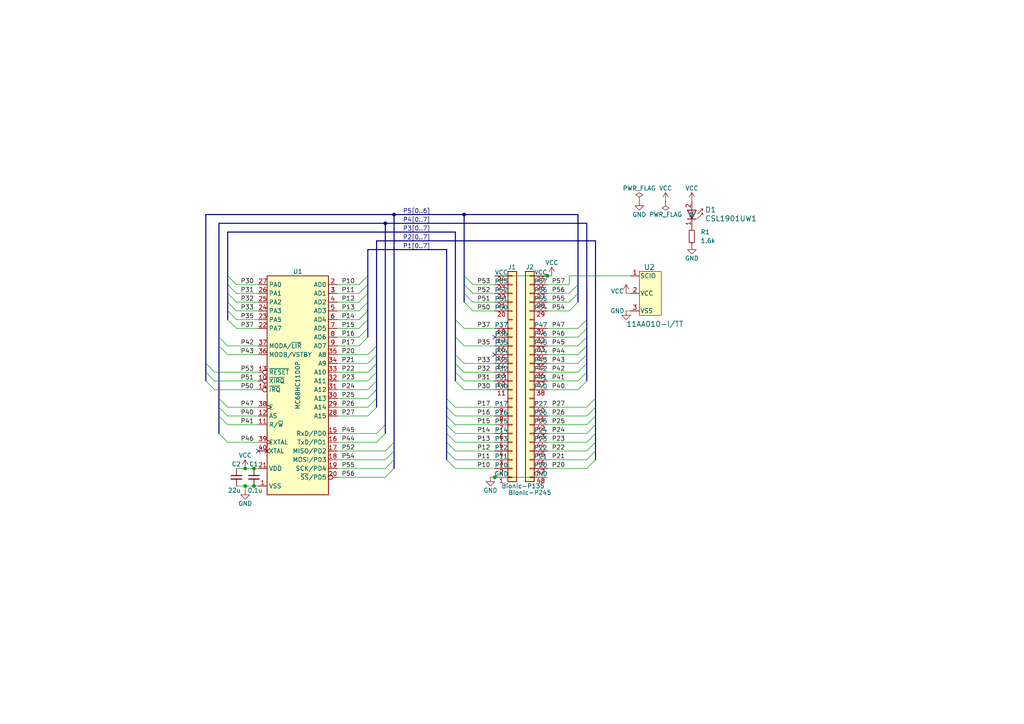
<source format=kicad_sch>
(kicad_sch (version 20231120) (generator "eeschema") (generator_version "8.0")
  (paper "A4")
  (title_block (title "BionicMC68HC11D") (date "2025-03-02") (rev "9") (company "Tadashi G. Takaoka"))
  (lib_symbols
    (symbol "Device:C_Small" (pin_numbers hide) (pin_names (offset 0.254) hide)
      (property "Reference" "C" (at 0.254 1.778 0))
      (property "Value" "C_Small" (at 0.254 -2.032 0))
      (symbol "C_Small_0_1"
        (polyline (pts (xy -1.524 -0.508) (xy 1.524 -0.508)) (stroke (width 0.3302)))
        (polyline (pts (xy -1.524 0.508) (xy 1.524 0.508)) (stroke (width 0.3048)))
      )
      (symbol "C_Small_1_1"
        (pin passive line (at 0 2.54 270) (length 2.032) (name "~") (number "1"))
        (pin passive line (at 0 -2.54 90) (length 2.032) (name "~") (number "2"))
      )
    )
    (symbol "Device:R_Small" (pin_numbers hide) (pin_names (offset 0.254) hide)
      (property "Reference" "R" (at 0.762 0.508 0))
      (property "Value" "R_Small" (at 0.762 -1.016 0))
      (symbol "R_Small_0_1"
        (rectangle (start -0.762 1.778) (end 0.762 -1.778) (stroke (width 0.2032)))
      )
      (symbol "R_Small_1_1"
        (pin passive line (at 0 2.54 270) (length 0.762) (name "~") (number "1"))
        (pin passive line (at 0 -2.54 90) (length 0.762) (name "~") (number "2"))
      )
    )
    (symbol "bionic:Bionic-P135" (pin_names (offset 0))
      (property "Reference" "J" (at 0 30.48 0))
      (property "Value" "Bionic-P135" (at -1.27 -33.02 0))
      (symbol "Bionic-P135_1_1"
        (rectangle (start 0 -30.353) (end -1.27 -30.607) (stroke (width 0.1524)))
        (rectangle (start 0 -27.813) (end -1.27 -28.067) (stroke (width 0.1524)))
        (rectangle (start 0 -25.273) (end -1.27 -25.527) (stroke (width 0.1524)))
        (rectangle (start 0 -22.733) (end -1.27 -22.987) (stroke (width 0.1524)))
        (rectangle (start 0 -20.193) (end -1.27 -20.447) (stroke (width 0.1524)))
        (rectangle (start 0 -17.653) (end -1.27 -17.907) (stroke (width 0.1524)))
        (rectangle (start 0 -15.113) (end -1.27 -15.367) (stroke (width 0.1524)))
        (rectangle (start 0 -12.573) (end -1.27 -12.827) (stroke (width 0.1524)))
        (rectangle (start 0 -10.033) (end -1.27 -10.287) (stroke (width 0.1524)))
        (rectangle (start 0 -7.493) (end -1.27 -7.747) (stroke (width 0.1524)))
        (rectangle (start 0 -4.953) (end -1.27 -5.207) (stroke (width 0.1524)))
        (rectangle (start 0 -2.413) (end -1.27 -2.667) (stroke (width 0.1524)))
        (rectangle (start 0 0.127) (end -1.27 -0.127) (stroke (width 0.1524)))
        (rectangle (start 0 2.667) (end -1.27 2.413) (stroke (width 0.1524)))
        (rectangle (start 0 5.207) (end -1.27 4.953) (stroke (width 0.1524)))
        (rectangle (start 0 7.747) (end -1.27 7.493) (stroke (width 0.1524)))
        (rectangle (start 0 10.287) (end -1.27 10.033) (stroke (width 0.1524)))
        (rectangle (start 0 12.827) (end -1.27 12.573) (stroke (width 0.1524)))
        (rectangle (start 0 15.367) (end -1.27 15.113) (stroke (width 0.1524)))
        (rectangle (start 0 17.907) (end -1.27 17.653) (stroke (width 0.1524)))
        (rectangle (start 0 20.447) (end -1.27 20.193) (stroke (width 0.1524)))
        (rectangle (start 0 22.987) (end -1.27 22.733) (stroke (width 0.1524)))
        (rectangle (start 0 25.527) (end -1.27 25.273) (stroke (width 0.1524)))
        (rectangle (start 0 28.067) (end -1.27 27.813) (stroke (width 0.1524)))
        (rectangle (start 1.27 29.21) (end -1.27 -31.75) (stroke (width 0.254)) (fill (type background)))
        (pin power_in line (at -5.08 -30.48 0) (length 3.81) (name "GND") (number "1"))
        (pin bidirectional line (at -5.08 -5.08 0) (length 3.81) (name "P30") (number "11"))
        (pin bidirectional line (at -5.08 -2.54 0) (length 3.81) (name "P31") (number "12"))
        (pin bidirectional line (at -5.08 0 0) (length 3.81) (name "P32") (number "13"))
        (pin bidirectional line (at -5.08 2.54 0) (length 3.81) (name "P33") (number "14"))
        (pin bidirectional line (at -5.08 5.08 0) (length 3.81) (name "P34") (number "15"))
        (pin bidirectional line (at -5.08 7.62 0) (length 3.81) (name "P35") (number "16"))
        (pin bidirectional line (at -5.08 10.16 0) (length 3.81) (name "P36") (number "17"))
        (pin bidirectional line (at -5.08 12.7 0) (length 3.81) (name "P37") (number "18"))
        (pin bidirectional line (at -5.08 -27.94 0) (length 3.81) (name "P10") (number "2"))
        (pin bidirectional line (at -5.08 17.78 0) (length 3.81) (name "P50") (number "20"))
        (pin bidirectional line (at -5.08 20.32 0) (length 3.81) (name "P51") (number "21"))
        (pin bidirectional line (at -5.08 22.86 0) (length 3.81) (name "P52") (number "22"))
        (pin bidirectional line (at -5.08 25.4 0) (length 3.81) (name "P53") (number "23"))
        (pin power_in line (at -5.08 27.94 0) (length 3.81) (name "VCC") (number "24"))
        (pin bidirectional line (at -5.08 -25.4 0) (length 3.81) (name "P11") (number "3"))
        (pin bidirectional line (at -5.08 -22.86 0) (length 3.81) (name "P12") (number "4"))
        (pin bidirectional line (at -5.08 -20.32 0) (length 3.81) (name "P13") (number "5"))
        (pin bidirectional line (at -5.08 -17.78 0) (length 3.81) (name "P14") (number "6"))
        (pin bidirectional line (at -5.08 -15.24 0) (length 3.81) (name "P15") (number "7"))
        (pin bidirectional line (at -5.08 -12.7 0) (length 3.81) (name "P16") (number "8"))
        (pin bidirectional line (at -5.08 -10.16 0) (length 3.81) (name "P17") (number "9"))
      )
    )
    (symbol "bionic:Bionic-P245" (pin_names (offset 0))
      (property "Reference" "J" (at -3.81 30.48 0))
      (property "Value" "Bionic-P245" (at -1.27 -33.02 0))
      (symbol "Bionic-P245_1_1"
        (rectangle (start -2.54 -30.607) (end -3.81 -30.353) (stroke (width 0.1524)))
        (rectangle (start -2.54 -28.067) (end -3.81 -27.813) (stroke (width 0.1524)))
        (rectangle (start -2.54 -25.527) (end -3.81 -25.273) (stroke (width 0.1524)))
        (rectangle (start -2.54 -22.987) (end -3.81 -22.733) (stroke (width 0.1524)))
        (rectangle (start -2.54 -20.447) (end -3.81 -20.193) (stroke (width 0.1524)))
        (rectangle (start -2.54 -17.907) (end -3.81 -17.653) (stroke (width 0.1524)))
        (rectangle (start -2.54 -15.367) (end -3.81 -15.113) (stroke (width 0.1524)))
        (rectangle (start -2.54 -12.827) (end -3.81 -12.573) (stroke (width 0.1524)))
        (rectangle (start -2.54 -10.287) (end -3.81 -10.033) (stroke (width 0.1524)))
        (rectangle (start -2.54 -7.747) (end -3.81 -7.493) (stroke (width 0.1524)))
        (rectangle (start -2.54 -5.207) (end -3.81 -4.953) (stroke (width 0.1524)))
        (rectangle (start -2.54 -2.667) (end -3.81 -2.413) (stroke (width 0.1524)))
        (rectangle (start -2.54 -0.127) (end -3.81 0.127) (stroke (width 0.1524)))
        (rectangle (start -2.54 2.413) (end -3.81 2.667) (stroke (width 0.1524)))
        (rectangle (start -2.54 4.953) (end -3.81 5.207) (stroke (width 0.1524)))
        (rectangle (start -2.54 7.493) (end -3.81 7.747) (stroke (width 0.1524)))
        (rectangle (start -2.54 10.033) (end -3.81 10.287) (stroke (width 0.1524)))
        (rectangle (start -2.54 12.573) (end -3.81 12.827) (stroke (width 0.1524)))
        (rectangle (start -2.54 15.113) (end -3.81 15.367) (stroke (width 0.1524)))
        (rectangle (start -2.54 17.653) (end -3.81 17.907) (stroke (width 0.1524)))
        (rectangle (start -2.54 20.193) (end -3.81 20.447) (stroke (width 0.1524)))
        (rectangle (start -2.54 22.733) (end -3.81 22.987) (stroke (width 0.1524)))
        (rectangle (start -2.54 25.273) (end -3.81 25.527) (stroke (width 0.1524)))
        (rectangle (start -2.54 27.813) (end -3.81 28.067) (stroke (width 0.1524)))
        (rectangle (start -2.54 29.21) (end -5.08 -31.75) (stroke (width 0.254)) (fill (type background)))
        (pin power_in line (at 1.27 27.94 180) (length 3.81) (name "VCC") (number "25"))
        (pin bidirectional line (at 1.27 25.4 180) (length 3.81) (name "P57") (number "26"))
        (pin bidirectional line (at 1.27 22.86 180) (length 3.81) (name "P56") (number "27"))
        (pin bidirectional line (at 1.27 20.32 180) (length 3.81) (name "P55") (number "28"))
        (pin bidirectional line (at 1.27 17.78 180) (length 3.81) (name "P54") (number "29"))
        (pin bidirectional line (at 1.27 12.7 180) (length 3.81) (name "P47") (number "31"))
        (pin bidirectional line (at 1.27 10.16 180) (length 3.81) (name "P46") (number "32"))
        (pin bidirectional line (at 1.27 7.62 180) (length 3.81) (name "P45") (number "33"))
        (pin bidirectional line (at 1.27 5.08 180) (length 3.81) (name "P44") (number "34"))
        (pin bidirectional line (at 1.27 2.54 180) (length 3.81) (name "P43") (number "35"))
        (pin bidirectional line (at 1.27 0 180) (length 3.81) (name "P42") (number "36"))
        (pin bidirectional line (at 1.27 -2.54 180) (length 3.81) (name "P41") (number "37"))
        (pin bidirectional line (at 1.27 -5.08 180) (length 3.81) (name "P40") (number "38"))
        (pin bidirectional line (at 1.27 -10.16 180) (length 3.81) (name "P27") (number "40"))
        (pin bidirectional line (at 1.27 -12.7 180) (length 3.81) (name "P26") (number "41"))
        (pin bidirectional line (at 1.27 -15.24 180) (length 3.81) (name "P25") (number "42"))
        (pin bidirectional line (at 1.27 -17.78 180) (length 3.81) (name "P24") (number "43"))
        (pin bidirectional line (at 1.27 -20.32 180) (length 3.81) (name "P23") (number "44"))
        (pin bidirectional line (at 1.27 -22.86 180) (length 3.81) (name "P22") (number "45"))
        (pin bidirectional line (at 1.27 -25.4 180) (length 3.81) (name "P21") (number "46"))
        (pin bidirectional line (at 1.27 -27.94 180) (length 3.81) (name "P20") (number "47"))
        (pin power_in line (at 1.27 -30.48 180) (length 3.81) (name "GND") (number "48"))
      )
    )
    (symbol "cpu:MC68HC11D0P"
      (property "Reference" "U" (at -1.27 31.75 0))
      (property "Value" "MC68HC11D0P" (at 0 -8.89 90))
      (symbol "MC68HC11D0P_0_1"
        (rectangle (start -8.89 -33.02) (end 8.89 30.48) (stroke (width 0.254)) (fill (type background)))
      )
      (symbol "MC68HC11D0P_1_1"
        (pin power_in line (at -11.43 -30.48 0) (length 2.54) (name "VSS") (number "1"))
        (pin input inverted (at -11.43 0 0) (length 2.54) (name "~{XIRQ}") (number "10"))
        (pin output line (at -11.43 -12.7 0) (length 2.54) (name "R/~{W}") (number "11"))
        (pin output line (at -11.43 -10.16 0) (length 2.54) (name "AS") (number "12"))
        (pin bidirectional inverted (at -11.43 2.54 0) (length 2.54) (name "~{RESET}") (number "13"))
        (pin input inverted (at -11.43 -2.54 0) (length 2.54) (name "~{IRQ}") (number "14"))
        (pin input line (at 11.43 -15.24 180) (length 2.54) (name "RxD/PD0") (number "15"))
        (pin output line (at 11.43 -17.78 180) (length 2.54) (name "TxD/PD1") (number "16"))
        (pin input line (at 11.43 -20.32 180) (length 2.54) (name "MISO/PD2") (number "17"))
        (pin output line (at 11.43 -22.86 180) (length 2.54) (name "MOSI/PD3") (number "18"))
        (pin output line (at 11.43 -25.4 180) (length 2.54) (name "SCK/PD4") (number "19"))
        (pin bidirectional line (at 11.43 27.94 180) (length 2.54) (name "AD0") (number "2"))
        (pin output inverted (at 11.43 -27.94 180) (length 2.54) (name "~{SS}/PD5") (number "20"))
        (pin power_in line (at -11.43 -25.4 0) (length 2.54) (name "VDD") (number "21"))
        (pin bidirectional line (at -11.43 15.24 0) (length 2.54) (name "PA7") (number "22"))
        (pin bidirectional line (at -11.43 17.78 0) (length 2.54) (name "PA5") (number "23"))
        (pin bidirectional line (at -11.43 20.32 0) (length 2.54) (name "PA3") (number "24"))
        (pin bidirectional line (at -11.43 22.86 0) (length 2.54) (name "PA2") (number "25"))
        (pin bidirectional line (at -11.43 25.4 0) (length 2.54) (name "PA1") (number "26"))
        (pin bidirectional line (at -11.43 27.94 0) (length 2.54) (name "PA0") (number "27"))
        (pin output line (at 11.43 -10.16 180) (length 2.54) (name "A15") (number "28"))
        (pin output line (at 11.43 -7.62 180) (length 2.54) (name "A14") (number "29"))
        (pin bidirectional line (at 11.43 25.4 180) (length 2.54) (name "AD1") (number "3"))
        (pin output line (at 11.43 -5.08 180) (length 2.54) (name "A13") (number "30"))
        (pin output line (at 11.43 -2.54 180) (length 2.54) (name "A12") (number "31"))
        (pin output line (at 11.43 0 180) (length 2.54) (name "A11") (number "32"))
        (pin output line (at 11.43 2.54 180) (length 2.54) (name "A10") (number "33"))
        (pin output line (at 11.43 5.08 180) (length 2.54) (name "A9") (number "34"))
        (pin output line (at 11.43 7.62 180) (length 2.54) (name "A8") (number "35"))
        (pin input line (at -11.43 7.62 0) (length 2.54) (name "MODB/VSTBY") (number "36"))
        (pin bidirectional line (at -11.43 10.16 0) (length 2.54) (name "MODA/~{LIR}") (number "37"))
        (pin output clock (at -11.43 -7.62 0) (length 2.54) (name "E") (number "38"))
        (pin input clock (at -11.43 -17.78 0) (length 2.54) (name "EXTAL") (number "39"))
        (pin bidirectional line (at 11.43 22.86 180) (length 2.54) (name "AD2") (number "4"))
        (pin output non_logic (at -11.43 -20.32 0) (length 2.54) (name "XTAL") (number "40"))
        (pin bidirectional line (at 11.43 20.32 180) (length 2.54) (name "AD3") (number "5"))
        (pin bidirectional line (at 11.43 17.78 180) (length 2.54) (name "AD4") (number "6"))
        (pin bidirectional line (at 11.43 15.24 180) (length 2.54) (name "AD5") (number "7"))
        (pin bidirectional line (at 11.43 12.7 180) (length 2.54) (name "AD6") (number "8"))
        (pin bidirectional line (at 11.43 10.16 180) (length 2.54) (name "AD7") (number "9"))
      )
    )
    (symbol "microchip:11AA010-I_TT" (pin_names (offset 0.254))
      (property "Reference" "U" (at 2.54 1.27 0))
      (property "Value" "11AA010-I/TT" (at 3.81 -13.97 0))
      (symbol "11AA010-I_TT_1_1"
        (rectangle (start 0 0) (end 6.35 -12.7) (fill (type background)))
        (pin bidirectional line (at -2.54 -1.27 0) (length 2.54) (name "SCIO") (number "1"))
        (pin power_in line (at -2.54 -6.35 0) (length 2.54) (name "VCC") (number "2"))
        (pin power_in line (at -2.54 -11.43 0) (length 2.54) (name "VSS") (number "3"))
      )
    )
    (symbol "power:GND" (power) (pin_numbers hide) (pin_names (offset 0) hide)
      (property "Value" "GND" (at 0 -3.81 0))
      (symbol "GND_0_1"
        (polyline (pts (xy 0 0) (xy 0 -1.27) (xy 1.27 -1.27) (xy 0 -2.54) (xy -1.27 -1.27) (xy 0 -1.27)))
      )
      (symbol "GND_1_1"
        (pin power_in line (at 0 0 270) (length 0) (name "~") (number "1"))
      )
    )
    (symbol "power:PWR_FLAG" (power) (pin_numbers hide) (pin_names (offset 0) hide)
      (property "Value" "PWR_FLAG" (at 0 3.81 0))
      (symbol "PWR_FLAG_0_0"
        (pin power_out line (at 0 0 90) (length 0) (name "~") (number "1"))
      )
      (symbol "PWR_FLAG_0_1"
        (polyline (pts (xy 0 0) (xy 0 1.27) (xy -1.016 1.905) (xy 0 2.54) (xy 1.016 1.905) (xy 0 1.27)))
      )
    )
    (symbol "power:VCC" (power) (pin_numbers hide) (pin_names (offset 0) hide)
      (property "Value" "VCC" (at 0 3.556 0))
      (symbol "VCC_0_1"
        (polyline (pts (xy -0.762 1.27) (xy 0 2.54)))
        (polyline (pts (xy 0 0) (xy 0 2.54)))
        (polyline (pts (xy 0 2.54) (xy 0.762 1.27)))
      )
      (symbol "VCC_1_1"
        (pin power_in line (at 0 0 90) (length 0) (name "~") (number "1"))
      )
    )
    (symbol "rhom:CSL1901UW1" (pin_names (offset 0.254))
      (property "Reference" "D" (at 3.81 -2.54 0))
      (property "Value" "CSL1901UW1" (at 3.81 -5.08 0))
      (symbol "CSL1901UW1_0_1"
        (polyline (pts (xy 2.159 3.175) (xy 2.667 3.175)))
        (polyline (pts (xy 2.54 0) (xy 5.08 0)))
        (polyline (pts (xy 5.08 1.27) (xy 5.08 -1.27)) (stroke (width 0.254)))
        (polyline (pts (xy 3.683 1.651) (xy 2.159 3.175) (xy 2.159 2.667)))
        (polyline (pts (xy 2.54 -1.27) (xy 5.08 0) (xy 2.54 1.27) (xy 2.54 -1.27)) (stroke (width 0.254)))
        (polyline (pts (xy 4.953 1.651) (xy 3.429 3.175) (xy 3.429 2.667) (xy 3.429 3.175) (xy 3.937 3.175)))
      )
      (symbol "CSL1901UW1_1_1"
        (pin passive line (at 7.62 0 180) (length 2.54) (name "K") (number "1"))
        (pin passive line (at 0 0 0) (length 2.54) (name "A") (number "2"))
      )
      (symbol "CSL1901UW1_1_2"
        (polyline (pts (xy -5.08 7.62) (xy -4.445 8.255)) (stroke (width 0.2032)))
        (polyline (pts (xy -5.08 8.255) (xy -5.08 7.62)) (stroke (width 0.2032)))
        (polyline (pts (xy -4.445 6.35) (xy -3.81 6.985)) (stroke (width 0.2032)))
        (polyline (pts (xy -4.445 8.255) (xy -5.08 8.255)) (stroke (width 0.2032)))
        (polyline (pts (xy -4.445 9.525) (xy -3.81 10.16)) (stroke (width 0.2032)))
        (polyline (pts (xy -4.445 10.16) (xy -4.445 9.525)) (stroke (width 0.2032)))
        (polyline (pts (xy -3.81 6.985) (xy -5.08 8.255)) (stroke (width 0.2032)))
        (polyline (pts (xy -3.81 8.255) (xy -3.175 8.89)) (stroke (width 0.2032)))
        (polyline (pts (xy -3.81 10.16) (xy -4.445 10.16)) (stroke (width 0.2032)))
        (polyline (pts (xy -3.175 5.08) (xy -4.445 6.35)) (stroke (width 0.2032)))
        (polyline (pts (xy -3.175 8.89) (xy -4.445 10.16)) (stroke (width 0.2032)))
        (polyline (pts (xy -2.54 6.985) (xy -3.81 8.255)) (stroke (width 0.2032)))
        (polyline (pts (xy -1.905 3.81) (xy 1.905 3.81)) (stroke (width 0.2032)))
        (polyline (pts (xy 0 2.54) (xy 0 3.4798)) (stroke (width 0.2032)))
        (polyline (pts (xy 0 3.175) (xy 0 3.81)) (stroke (width 0.2032)))
        (polyline (pts (xy 0 6.35) (xy -1.905 3.81)) (stroke (width 0.2032)))
        (polyline (pts (xy 0 6.35) (xy 0 7.62)) (stroke (width 0.2032)))
        (polyline (pts (xy 1.905 3.81) (xy 0 6.35)) (stroke (width 0.2032)))
        (polyline (pts (xy 1.905 6.35) (xy -1.905 6.35)) (stroke (width 0.2032)))
        (pin unspecified line (at 0 10.16 270) (length 2.54) (name "") (number "1"))
        (pin unspecified line (at 0 0 90) (length 2.54) (name "") (number "2"))
      )
    )
  )
  (junction (at 71.12 140.97))
  (junction (at 71.12 135.89))
  (junction (at 73.66 140.97))
  (junction (at 158.75 80.01))
  (junction (at 73.66 135.89))
  (junction (at 111.76 64.77))
  (junction (at 114.3 62.23))
  (junction (at 143.51 138.43))
  (junction (at 134.62 62.23))
  (no_connect (at 74.93 130.81))
  (no_connect (at 143.51 102.87))
  (no_connect (at 143.51 97.79))
  (bus_entry (at 63.5 100.33) (size 2.54 2.54))
  (bus_entry (at 129.54 123.19) (size 2.54 2.54))
  (bus_entry (at 172.72 130.81) (size -2.54 2.54))
  (bus_entry (at 172.72 115.57) (size -2.54 2.54))
  (bus_entry (at 129.54 133.35) (size 2.54 2.54))
  (bus_entry (at 172.72 120.65) (size -2.54 2.54))
  (bus_entry (at 137.16 82.55) (size -2.54 -2.54))
  (bus_entry (at 170.18 95.25) (size -2.54 2.54))
  (bus_entry (at 63.5 125.73) (size 2.54 2.54))
  (bus_entry (at 132.08 92.71) (size 2.54 2.54))
  (bus_entry (at 129.54 120.65) (size 2.54 2.54))
  (bus_entry (at 167.64 87.63) (size -2.54 2.54))
  (bus_entry (at 170.18 105.41) (size -2.54 2.54))
  (bus_entry (at 172.72 118.11) (size -2.54 2.54))
  (bus_entry (at 59.69 107.95) (size 2.54 2.54))
  (bus_entry (at 106.68 95.25) (size -2.54 2.54))
  (bus_entry (at 66.04 80.01) (size 2.54 2.54))
  (bus_entry (at 137.16 90.17) (size -2.54 -2.54))
  (bus_entry (at 170.18 97.79) (size -2.54 2.54))
  (bus_entry (at 114.3 135.89) (size -2.54 2.54))
  (bus_entry (at 66.04 87.63) (size 2.54 2.54))
  (bus_entry (at 114.3 133.35) (size -2.54 2.54))
  (bus_entry (at 170.18 92.71) (size -2.54 2.54))
  (bus_entry (at 109.22 110.49) (size -2.54 2.54))
  (bus_entry (at 106.68 97.79) (size -2.54 2.54))
  (bus_entry (at 132.08 110.49) (size 2.54 2.54))
  (bus_entry (at 106.68 82.55) (size -2.54 2.54))
  (bus_entry (at 114.3 130.81) (size -2.54 2.54))
  (bus_entry (at 172.72 123.19) (size -2.54 2.54))
  (bus_entry (at 129.54 128.27) (size 2.54 2.54))
  (bus_entry (at 106.68 92.71) (size -2.54 2.54))
  (bus_entry (at 66.04 85.09) (size 2.54 2.54))
  (bus_entry (at 109.22 105.41) (size -2.54 2.54))
  (bus_entry (at 132.08 102.87) (size 2.54 2.54))
  (bus_entry (at 172.72 125.73) (size -2.54 2.54))
  (bus_entry (at 132.08 97.79) (size 2.54 2.54))
  (bus_entry (at 109.22 100.33) (size -2.54 2.54))
  (bus_entry (at 111.76 123.19) (size -2.54 2.54))
  (bus_entry (at 129.54 118.11) (size 2.54 2.54))
  (bus_entry (at 172.72 128.27) (size -2.54 2.54))
  (bus_entry (at 129.54 125.73) (size 2.54 2.54))
  (bus_entry (at 129.54 130.81) (size 2.54 2.54))
  (bus_entry (at 66.04 82.55) (size 2.54 2.54))
  (bus_entry (at 167.64 85.09) (size -2.54 2.54))
  (bus_entry (at 109.22 113.03) (size -2.54 2.54))
  (bus_entry (at 66.04 90.17) (size 2.54 2.54))
  (bus_entry (at 109.22 118.11) (size -2.54 2.54))
  (bus_entry (at 66.04 92.71) (size 2.54 2.54))
  (bus_entry (at 137.16 85.09) (size -2.54 -2.54))
  (bus_entry (at 170.18 107.95) (size -2.54 2.54))
  (bus_entry (at 109.22 102.87) (size -2.54 2.54))
  (bus_entry (at 172.72 133.35) (size -2.54 2.54))
  (bus_entry (at 63.5 118.11) (size 2.54 2.54))
  (bus_entry (at 59.69 105.41) (size 2.54 2.54))
  (bus_entry (at 59.69 110.49) (size 2.54 2.54))
  (bus_entry (at 109.22 107.95) (size -2.54 2.54))
  (bus_entry (at 167.64 82.55) (size -2.54 2.54))
  (bus_entry (at 63.5 97.79) (size 2.54 2.54))
  (bus_entry (at 106.68 87.63) (size -2.54 2.54))
  (bus_entry (at 63.5 120.65) (size 2.54 2.54))
  (bus_entry (at 106.68 80.01) (size -2.54 2.54))
  (bus_entry (at 129.54 115.57) (size 2.54 2.54))
  (bus_entry (at 132.08 107.95) (size 2.54 2.54))
  (bus_entry (at 109.22 115.57) (size -2.54 2.54))
  (bus_entry (at 170.18 110.49) (size -2.54 2.54))
  (bus_entry (at 114.3 128.27) (size -2.54 2.54))
  (bus_entry (at 106.68 90.17) (size -2.54 2.54))
  (bus_entry (at 106.68 85.09) (size -2.54 2.54))
  (bus_entry (at 137.16 87.63) (size -2.54 -2.54))
  (bus_entry (at 170.18 102.87) (size -2.54 2.54))
  (bus_entry (at 63.5 115.57) (size 2.54 2.54))
  (bus_entry (at 170.18 100.33) (size -2.54 2.54))
  (bus_entry (at 111.76 125.73) (size -2.54 2.54))
  (bus_entry (at 132.08 105.41) (size 2.54 2.54))
  (wire (pts (xy 97.79 102.87) (xy 106.68 102.87)))
  (wire (pts (xy 137.16 90.17) (xy 143.51 90.17)))
  (wire (pts (xy 71.12 142.24) (xy 71.12 140.97)))
  (wire (pts (xy 137.16 87.63) (xy 143.51 87.63)))
  (bus (pts (xy 109.22 107.95) (xy 109.22 105.41)))
  (wire (pts (xy 68.58 140.97) (xy 71.12 140.97)))
  (bus (pts (xy 59.69 105.41) (xy 59.69 62.23)))
  (bus (pts (xy 109.22 118.11) (xy 109.22 115.57)))
  (wire (pts (xy 66.04 102.87) (xy 74.93 102.87)))
  (bus (pts (xy 172.72 123.19) (xy 172.72 125.73)))
  (bus (pts (xy 170.18 102.87) (xy 170.18 105.41)))
  (wire (pts (xy 134.62 95.25) (xy 143.51 95.25)))
  (bus (pts (xy 129.54 125.73) (xy 129.54 128.27)))
  (wire (pts (xy 182.88 85.09) (xy 181.61 85.09)))
  (bus (pts (xy 167.64 62.23) (xy 134.62 62.23)))
  (bus (pts (xy 109.22 115.57) (xy 109.22 113.03)))
  (bus (pts (xy 170.18 92.71) (xy 170.18 95.25)))
  (wire (pts (xy 97.79 128.27) (xy 109.22 128.27)))
  (bus (pts (xy 106.68 95.25) (xy 106.68 92.71)))
  (bus (pts (xy 106.68 92.71) (xy 106.68 90.17)))
  (bus (pts (xy 172.72 130.81) (xy 172.72 133.35)))
  (wire (pts (xy 97.79 118.11) (xy 106.68 118.11)))
  (wire (pts (xy 158.75 90.17) (xy 165.1 90.17)))
  (wire (pts (xy 97.79 87.63) (xy 104.14 87.63)))
  (wire (pts (xy 158.75 133.35) (xy 170.18 133.35)))
  (wire (pts (xy 66.04 120.65) (xy 74.93 120.65)))
  (wire (pts (xy 158.75 95.25) (xy 167.64 95.25)))
  (bus (pts (xy 111.76 64.77) (xy 170.18 64.77)))
  (bus (pts (xy 129.54 128.27) (xy 129.54 130.81)))
  (bus (pts (xy 167.64 87.63) (xy 167.64 85.09)))
  (bus (pts (xy 66.04 82.55) (xy 66.04 85.09)))
  (wire (pts (xy 132.08 120.65) (xy 143.51 120.65)))
  (bus (pts (xy 129.54 123.19) (xy 129.54 125.73)))
  (bus (pts (xy 170.18 64.77) (xy 170.18 92.71)))
  (bus (pts (xy 172.72 115.57) (xy 172.72 118.11)))
  (bus (pts (xy 170.18 107.95) (xy 170.18 110.49)))
  (bus (pts (xy 109.22 113.03) (xy 109.22 110.49)))
  (wire (pts (xy 68.58 95.25) (xy 74.93 95.25)))
  (bus (pts (xy 63.5 64.77) (xy 111.76 64.77)))
  (bus (pts (xy 134.62 87.63) (xy 134.62 85.09)))
  (bus (pts (xy 106.68 80.01) (xy 106.68 72.39)))
  (bus (pts (xy 111.76 123.19) (xy 111.76 64.77)))
  (wire (pts (xy 66.04 128.27) (xy 74.93 128.27)))
  (wire (pts (xy 66.04 118.11) (xy 74.93 118.11)))
  (wire (pts (xy 97.79 120.65) (xy 106.68 120.65)))
  (wire (pts (xy 62.23 107.95) (xy 74.93 107.95)))
  (bus (pts (xy 132.08 110.49) (xy 132.08 107.95)))
  (wire (pts (xy 66.04 100.33) (xy 74.93 100.33)))
  (bus (pts (xy 66.04 80.01) (xy 66.04 82.55)))
  (bus (pts (xy 66.04 90.17) (xy 66.04 92.71)))
  (wire (pts (xy 97.79 97.79) (xy 104.14 97.79)))
  (bus (pts (xy 109.22 100.33) (xy 109.22 69.85)))
  (bus (pts (xy 66.04 67.31) (xy 132.08 67.31)))
  (bus (pts (xy 109.22 110.49) (xy 109.22 107.95)))
  (wire (pts (xy 143.51 80.01) (xy 158.75 80.01)))
  (wire (pts (xy 62.23 113.03) (xy 74.93 113.03)))
  (wire (pts (xy 97.79 138.43) (xy 111.76 138.43)))
  (wire (pts (xy 68.58 135.89) (xy 71.12 135.89)))
  (bus (pts (xy 114.3 128.27) (xy 114.3 130.81)))
  (bus (pts (xy 132.08 67.31) (xy 132.08 92.71)))
  (bus (pts (xy 114.3 62.23) (xy 134.62 62.23)))
  (bus (pts (xy 106.68 72.39) (xy 129.54 72.39)))
  (wire (pts (xy 73.66 135.89) (xy 71.12 135.89)))
  (wire (pts (xy 158.75 97.79) (xy 167.64 97.79)))
  (wire (pts (xy 134.62 105.41) (xy 143.51 105.41)))
  (wire (pts (xy 97.79 133.35) (xy 111.76 133.35)))
  (bus (pts (xy 172.72 125.73) (xy 172.72 128.27)))
  (bus (pts (xy 134.62 85.09) (xy 134.62 82.55)))
  (bus (pts (xy 114.3 133.35) (xy 114.3 135.89)))
  (wire (pts (xy 134.62 100.33) (xy 143.51 100.33)))
  (bus (pts (xy 63.5 97.79) (xy 63.5 64.77)))
  (bus (pts (xy 170.18 100.33) (xy 170.18 102.87)))
  (wire (pts (xy 97.79 130.81) (xy 111.76 130.81)))
  (wire (pts (xy 165.1 80.01) (xy 182.88 80.01)))
  (bus (pts (xy 63.5 115.57) (xy 63.5 100.33)))
  (wire (pts (xy 73.66 140.97) (xy 71.12 140.97)))
  (bus (pts (xy 63.5 125.73) (xy 63.5 120.65)))
  (bus (pts (xy 132.08 105.41) (xy 132.08 102.87)))
  (bus (pts (xy 132.08 97.79) (xy 132.08 102.87)))
  (wire (pts (xy 97.79 95.25) (xy 104.14 95.25)))
  (wire (pts (xy 132.08 125.73) (xy 143.51 125.73)))
  (bus (pts (xy 170.18 97.79) (xy 170.18 100.33)))
  (wire (pts (xy 134.62 110.49) (xy 143.51 110.49)))
  (bus (pts (xy 109.22 69.85) (xy 172.72 69.85)))
  (bus (pts (xy 129.54 115.57) (xy 129.54 118.11)))
  (wire (pts (xy 97.79 113.03) (xy 106.68 113.03)))
  (bus (pts (xy 172.72 69.85) (xy 172.72 115.57)))
  (wire (pts (xy 97.79 100.33) (xy 104.14 100.33)))
  (bus (pts (xy 170.18 105.41) (xy 170.18 107.95)))
  (bus (pts (xy 129.54 130.81) (xy 129.54 133.35)))
  (bus (pts (xy 170.18 95.25) (xy 170.18 97.79)))
  (bus (pts (xy 114.3 130.81) (xy 114.3 133.35)))
  (wire (pts (xy 97.79 85.09) (xy 104.14 85.09)))
  (bus (pts (xy 106.68 97.79) (xy 106.68 95.25)))
  (wire (pts (xy 158.75 125.73) (xy 170.18 125.73)))
  (wire (pts (xy 160.02 80.01) (xy 158.75 80.01)))
  (wire (pts (xy 73.66 135.89) (xy 74.93 135.89)))
  (wire (pts (xy 134.62 113.03) (xy 143.51 113.03)))
  (bus (pts (xy 111.76 125.73) (xy 111.76 123.19)))
  (wire (pts (xy 143.51 138.43) (xy 158.75 138.43)))
  (wire (pts (xy 68.58 90.17) (xy 74.93 90.17)))
  (bus (pts (xy 106.68 90.17) (xy 106.68 87.63)))
  (wire (pts (xy 68.58 85.09) (xy 74.93 85.09)))
  (wire (pts (xy 158.75 107.95) (xy 167.64 107.95)))
  (wire (pts (xy 158.75 87.63) (xy 165.1 87.63)))
  (wire (pts (xy 134.62 107.95) (xy 143.51 107.95)))
  (bus (pts (xy 106.68 82.55) (xy 106.68 80.01)))
  (bus (pts (xy 63.5 118.11) (xy 63.5 115.57)))
  (wire (pts (xy 132.08 135.89) (xy 143.51 135.89)))
  (bus (pts (xy 134.62 82.55) (xy 134.62 80.01)))
  (bus (pts (xy 66.04 85.09) (xy 66.04 87.63)))
  (wire (pts (xy 132.08 128.27) (xy 143.51 128.27)))
  (wire (pts (xy 137.16 85.09) (xy 143.51 85.09)))
  (wire (pts (xy 132.08 118.11) (xy 143.51 118.11)))
  (wire (pts (xy 137.16 82.55) (xy 143.51 82.55)))
  (wire (pts (xy 142.24 138.43) (xy 143.51 138.43)))
  (bus (pts (xy 59.69 110.49) (xy 59.69 107.95)))
  (bus (pts (xy 172.72 128.27) (xy 172.72 130.81)))
  (wire (pts (xy 97.79 92.71) (xy 104.14 92.71)))
  (wire (pts (xy 62.23 110.49) (xy 74.93 110.49)))
  (bus (pts (xy 172.72 118.11) (xy 172.72 120.65)))
  (bus (pts (xy 132.08 92.71) (xy 132.08 97.79)))
  (wire (pts (xy 68.58 92.71) (xy 74.93 92.71)))
  (wire (pts (xy 97.79 90.17) (xy 104.14 90.17)))
  (bus (pts (xy 59.69 107.95) (xy 59.69 105.41)))
  (wire (pts (xy 97.79 82.55) (xy 104.14 82.55)))
  (bus (pts (xy 106.68 85.09) (xy 106.68 82.55)))
  (wire (pts (xy 97.79 115.57) (xy 106.68 115.57)))
  (wire (pts (xy 97.79 105.41) (xy 106.68 105.41)))
  (bus (pts (xy 134.62 62.23) (xy 134.62 80.01)))
  (wire (pts (xy 68.58 87.63) (xy 74.93 87.63)))
  (bus (pts (xy 109.22 102.87) (xy 109.22 100.33)))
  (wire (pts (xy 68.58 82.55) (xy 74.93 82.55)))
  (bus (pts (xy 114.3 62.23) (xy 114.3 128.27)))
  (bus (pts (xy 63.5 100.33) (xy 63.5 97.79)))
  (wire (pts (xy 182.88 90.17) (xy 181.61 90.17)))
  (bus (pts (xy 132.08 107.95) (xy 132.08 105.41)))
  (bus (pts (xy 167.64 82.55) (xy 167.64 62.23)))
  (bus (pts (xy 167.64 85.09) (xy 167.64 82.55)))
  (bus (pts (xy 59.69 62.23) (xy 114.3 62.23)))
  (wire (pts (xy 158.75 85.09) (xy 165.1 85.09)))
  (wire (pts (xy 132.08 133.35) (xy 143.51 133.35)))
  (wire (pts (xy 158.75 130.81) (xy 170.18 130.81)))
  (wire (pts (xy 158.75 110.49) (xy 167.64 110.49)))
  (wire (pts (xy 73.66 140.97) (xy 74.93 140.97)))
  (wire (pts (xy 158.75 120.65) (xy 170.18 120.65)))
  (bus (pts (xy 109.22 105.41) (xy 109.22 102.87)))
  (bus (pts (xy 63.5 120.65) (xy 63.5 118.11)))
  (wire (pts (xy 97.79 135.89) (xy 111.76 135.89)))
  (bus (pts (xy 172.72 120.65) (xy 172.72 123.19)))
  (bus (pts (xy 66.04 80.01) (xy 66.04 67.31)))
  (wire (pts (xy 132.08 130.81) (xy 143.51 130.81)))
  (bus (pts (xy 129.54 118.11) (xy 129.54 120.65)))
  (wire (pts (xy 165.1 80.01) (xy 165.1 82.55)))
  (bus (pts (xy 129.54 72.39) (xy 129.54 115.57)))
  (wire (pts (xy 132.08 123.19) (xy 143.51 123.19)))
  (wire (pts (xy 158.75 128.27) (xy 170.18 128.27)))
  (wire (pts (xy 158.75 113.03) (xy 167.64 113.03)))
  (wire (pts (xy 158.75 135.89) (xy 170.18 135.89)))
  (wire (pts (xy 158.75 82.55) (xy 165.1 82.55)))
  (wire (pts (xy 158.75 118.11) (xy 170.18 118.11)))
  (wire (pts (xy 158.75 105.41) (xy 167.64 105.41)))
  (wire (pts (xy 158.75 100.33) (xy 167.64 100.33)))
  (wire (pts (xy 158.75 102.87) (xy 167.64 102.87)))
  (bus (pts (xy 106.68 87.63) (xy 106.68 85.09)))
  (wire (pts (xy 97.79 125.73) (xy 109.22 125.73)))
  (wire (pts (xy 158.75 123.19) (xy 170.18 123.19)))
  (bus (pts (xy 66.04 87.63) (xy 66.04 90.17)))
  (bus (pts (xy 129.54 120.65) (xy 129.54 123.19)))
  (wire (pts (xy 97.79 107.95) (xy 106.68 107.95)))
  (wire (pts (xy 97.79 110.49) (xy 106.68 110.49)))
  (wire (pts (xy 66.04 123.19) (xy 74.93 123.19)))
  (label "P30" (at 73.66 82.55 180))
  (label "P47" (at 73.66 118.11 180))
  (label "P24" (at 99.06 113.03 0))
  (label "P5[0..6]" (at 116.84 62.23 0))
  (label "P15" (at 99.06 95.25 0))
  (label "P3[0..7]" (at 116.84 67.31 0))
  (label "P45" (at 160.02 100.33 0))
  (label "P37" (at 142.24 95.25 180))
  (label "P27" (at 99.06 120.65 0))
  (label "P26" (at 99.06 118.11 0))
  (label "P52" (at 99.06 130.81 0))
  (label "P10" (at 142.24 135.89 180))
  (label "P24" (at 160.02 125.73 0))
  (label "P14" (at 142.24 125.73 180))
  (label "P14" (at 99.06 92.71 0))
  (label "P11" (at 99.06 85.09 0))
  (label "P57" (at 160.02 82.55 0))
  (label "P55" (at 160.02 87.63 0))
  (label "P12" (at 99.06 87.63 0))
  (label "P20" (at 160.02 135.89 0))
  (label "P46" (at 160.02 97.79 0))
  (label "P13" (at 99.06 90.17 0))
  (label "P25" (at 99.06 115.57 0))
  (label "P56" (at 160.02 85.09 0))
  (label "P21" (at 99.06 105.41 0))
  (label "P56" (at 99.06 138.43 0))
  (label "P33" (at 73.66 90.17 180))
  (label "P53" (at 142.24 82.55 180))
  (label "P15" (at 142.24 123.19 180))
  (label "P32" (at 73.66 87.63 180))
  (label "P45" (at 99.06 125.73 0))
  (label "P13" (at 142.24 128.27 180))
  (label "P30" (at 142.24 113.03 180))
  (label "P23" (at 99.06 110.49 0))
  (label "P17" (at 99.06 100.33 0))
  (label "P35" (at 73.66 92.71 180))
  (label "P54" (at 160.02 90.17 0))
  (label "P50" (at 142.24 90.17 180))
  (label "P4[0..7]" (at 116.84 64.77 0))
  (label "P40" (at 160.02 113.03 0))
  (label "P17" (at 142.24 118.11 180))
  (label "P40" (at 73.66 120.65 180))
  (label "P55" (at 99.06 135.89 0))
  (label "P42" (at 160.02 107.95 0))
  (label "P33" (at 142.24 105.41 180))
  (label "P31" (at 73.66 85.09 180))
  (label "P53" (at 73.66 107.95 180))
  (label "P26" (at 160.02 120.65 0))
  (label "P16" (at 99.06 97.79 0))
  (label "P31" (at 142.24 110.49 180))
  (label "P54" (at 99.06 133.35 0))
  (label "P52" (at 142.24 85.09 180))
  (label "P43" (at 73.66 102.87 180))
  (label "P22" (at 99.06 107.95 0))
  (label "P21" (at 160.02 133.35 0))
  (label "P47" (at 160.02 95.25 0))
  (label "P27" (at 160.02 118.11 0))
  (label "P16" (at 142.24 120.65 180))
  (label "P50" (at 73.66 113.03 180))
  (label "P37" (at 73.66 95.25 180))
  (label "P44" (at 99.06 128.27 0))
  (label "P10" (at 99.06 82.55 0))
  (label "P22" (at 160.02 130.81 0))
  (label "P25" (at 160.02 123.19 0))
  (label "P1[0..7]" (at 116.84 72.39 0))
  (label "P20" (at 99.06 102.87 0))
  (label "P23" (at 160.02 128.27 0))
  (label "P32" (at 142.24 107.95 180))
  (label "P43" (at 160.02 105.41 0))
  (label "P11" (at 142.24 133.35 180))
  (label "P41" (at 73.66 123.19 180))
  (label "P46" (at 73.66 128.27 180))
  (label "P44" (at 160.02 102.87 0))
  (label "P42" (at 73.66 100.33 180))
  (label "P12" (at 142.24 130.81 180))
  (label "P35" (at 142.24 100.33 180))
  (label "P51" (at 142.24 87.63 180))
  (label "P41" (at 160.02 110.49 0))
  (label "P51" (at 73.66 110.49 180))
  (label "P2[0..7]" (at 116.84 69.85 0))
  (symbol (lib_id "Device:C_Small") (at 73.66 138.43 0) (mirror y) (unit 1)
    (property "Reference" "C1" (at 74.93 134.62 0) (effects (justify left)))
    (property "Value" "0.1u" (at 76.2 142.24 0) (effects (justify left)))
    (property "Footprint" "Capacitor_SMD:C_0603_1608Metric_Pad1.08x0.95mm_HandSolder" (effects (hide yes)))
  )
  (symbol (lib_id "bionic:Bionic-P245") (at 157.48 107.95 0) (unit 1)
    (property "Reference" "J2" (at 153.67 77.47 0))
    (property "Value" "Bionic-P245" (at 153.67 142.875 0))
    (property "Footprint" "bionic:Bionic-P245_THT" (effects (hide yes)))
    (property "Description" "Generic connector, single row, 01x24, script generated (kicad-library-utils/schlib/autogen/connector/)" (effects (hide yes)))
  )
  (symbol (lib_id "cpu:MC68HC11D0P") (at 86.36 110.49 0) (unit 1)
    (property "Reference" "U1" (at 86.36 78.74 0))
    (property "Value" "MC68HC11D0P" (at 86.36 111.76 90))
    (property "Footprint" "bionic:DIP-40_W15.24mm_Socket" (effects (hide yes)))
    (property "Datasheet" "https://www.nxp.com/docs/en/data-sheet/MC68HC711D3.pdf" (effects (hide yes)))
    (property "Description" "8-bit General Purpose Microprocessor, DIP-40" (effects (hide yes)))
  )
  (symbol (lib_id "Device:C_Small") (at 68.58 138.43 0) (mirror y) (unit 1)
    (property "Reference" "C2" (at 69.85 134.62 0) (effects (justify left)))
    (property "Value" "22u" (at 69.85 142.24 0) (effects (justify left)))
    (property "Footprint" "Capacitor_SMD:C_0603_1608Metric_Pad1.08x0.95mm_HandSolder" (effects (hide yes)))
  )
  (symbol (lib_id "microchip:11AA010-I_TT") (at 185.42 78.74 0) (unit 1)
    (property "Reference" "U2" (at 186.69 77.47 0) (effects (font (size 1.524 1.524)) (justify left)))
    (property "Value" "11AA010-I/TT" (at 181.61 93.98 0) (effects (font (size 1.524 1.524)) (justify left)))
    (property "Footprint" "microchip:SOT-23_MC_MCH-M" (effects (hide yes)))
    (property "Datasheet" "11AA010-I/TO" (effects (hide yes)))
    (property "Description" "UNI/O Serial EEPROM (1Kbit)" (effects (hide yes)))
  )
  (symbol (lib_id "bionic:Bionic-P135") (at 148.59 107.95 0) (unit 1)
    (property "Reference" "J1" (at 147.32 77.47 0) (effects (justify left)))
    (property "Value" "Bionic-P135" (at 145.415 140.97 0) (effects (justify left)))
    (property "Footprint" "bionic:Bionic-P135_THT" (effects (hide yes)))
    (property "Description" "Generic connector, single row, 01x24, script generated (kicad-library-utils/schlib/autogen/connector/)" (effects (hide yes)))
  )
  (symbol (lib_id "power:GND") (at 142.24 138.43 0) (unit 1)
    (property "Reference" "#PWR05" (effects (hide yes)))
    (property "Value" "GND" (at 142.24 142.24 0))
    (property "Description" "Power symbol creates a global label with name \"GND\" , ground" (effects (hide yes)))
  )
  (symbol (lib_id "power:VCC") (at 160.02 80.01 0) (unit 1)
    (property "Reference" "#PWR02" (effects (hide yes)))
    (property "Value" "VCC" (at 160.02 76.2 0))
    (property "Description" "Power symbol creates a global label with name \"VCC\"" (effects (hide yes)))
  )
  (symbol (lib_id "power:GND") (at 181.61 90.17 0) (unit 1)
    (property "Reference" "#PWR09" (effects (hide yes)))
    (property "Value" "GND" (at 179.07 90.17 0))
    (property "Description" "Power symbol creates a global label with name \"GND\" , ground" (effects (hide yes)))
  )
  (symbol (lib_id "power:PWR_FLAG") (at 185.42 58.42 0) (mirror y) (unit 1)
    (property "Reference" "#FLG01" (effects (hide yes)))
    (property "Value" "PWR_FLAG" (at 185.42 54.61 0))
    (property "Description" "Special symbol for telling ERC where power comes from" (effects (hide yes)))
  )
  (symbol (lib_id "rhom:CSL1901UW1") (at 200.66 58.42 270) (unit 1)
    (property "Reference" "D1" (at 204.47 60.8329 90) (effects (font (size 1.524 1.524)) (justify left)))
    (property "Value" "CSL1901UW1" (at 204.47 63.3729 90) (effects (font (size 1.524 1.524)) (justify left)))
    (property "Footprint" "rhom:LED_CSL1901UW1_ROM-M" (effects (hide yes)))
    (property "Datasheet" "https://fscdn.rohm.com/en/products/databook/datasheet/opto/led/chip_mono/csl1901uw1-e.pdf" (effects (hide yes)))
    (property "Description" "Red LED (Low Current Emission, SMD)" (effects (hide yes)))
  )
  (symbol (lib_id "power:GND") (at 200.66 71.12 0) (unit 1)
    (property "Reference" "#PWR010" (effects (hide yes)))
    (property "Value" "GND" (at 200.66 74.93 0))
    (property "Description" "Power symbol creates a global label with name \"GND\" , ground" (effects (hide yes)))
  )
  (symbol (lib_id "power:PWR_FLAG") (at 193.04 58.42 180) (unit 1)
    (property "Reference" "#FLG02" (effects (hide yes)))
    (property "Value" "PWR_FLAG" (at 193.04 62.23 0))
    (property "Description" "Special symbol for telling ERC where power comes from" (effects (hide yes)))
  )
  (symbol (lib_id "power:VCC") (at 181.61 85.09 0) (unit 1)
    (property "Reference" "#PWR04" (effects (hide yes)))
    (property "Value" "VCC" (at 179.07 84.455 0))
    (property "Description" "Power symbol creates a global label with name \"VCC\"" (effects (hide yes)))
  )
  (symbol (lib_id "power:VCC") (at 193.04 58.42 0) (mirror y) (unit 1)
    (property "Reference" "#PWR01" (effects (hide yes)))
    (property "Value" "VCC" (at 193.04 54.61 0))
    (property "Description" "Power symbol creates a global label with name \"VCC\"" (effects (hide yes)))
  )
  (symbol (lib_id "power:GND") (at 71.12 142.24 0) (unit 1)
    (property "Reference" "#PWR03" (effects (hide yes)))
    (property "Value" "GND" (at 71.12 146.05 0))
    (property "Description" "Power symbol creates a global label with name \"GND\" , ground" (effects (hide yes)))
  )
  (symbol (lib_id "Device:R_Small") (at 200.66 68.58 0) (unit 1)
    (property "Reference" "R1" (at 203.2 67.31 0) (effects (justify left)))
    (property "Value" "1.6k" (at 203.2 69.85 0) (effects (justify left)))
    (property "Footprint" "Resistor_SMD:R_0603_1608Metric_Pad0.98x0.95mm_HandSolder" (effects (hide yes)))
  )
  (symbol (lib_id "power:VCC") (at 200.66 58.42 0) (unit 1)
    (property "Reference" "#PWR08" (effects (hide yes)))
    (property "Value" "VCC" (at 200.66 54.61 0))
    (property "Description" "Power symbol creates a global label with name \"VCC\"" (effects (hide yes)))
  )
  (symbol (lib_id "power:GND") (at 185.42 58.42 0) (mirror y) (unit 1)
    (property "Reference" "#PWR06" (effects (hide yes)))
    (property "Value" "GND" (at 185.42 62.23 0))
    (property "Description" "Power symbol creates a global label with name \"GND\" , ground" (effects (hide yes)))
  )
  (symbol (lib_id "power:VCC") (at 71.12 135.89 0) (unit 1)
    (property "Reference" "#PWR07" (effects (hide yes)))
    (property "Value" "VCC" (at 71.12 132.08 0))
    (property "Description" "Power symbol creates a global label with name \"VCC\"" (effects (hide yes)))
  )
)
</source>
